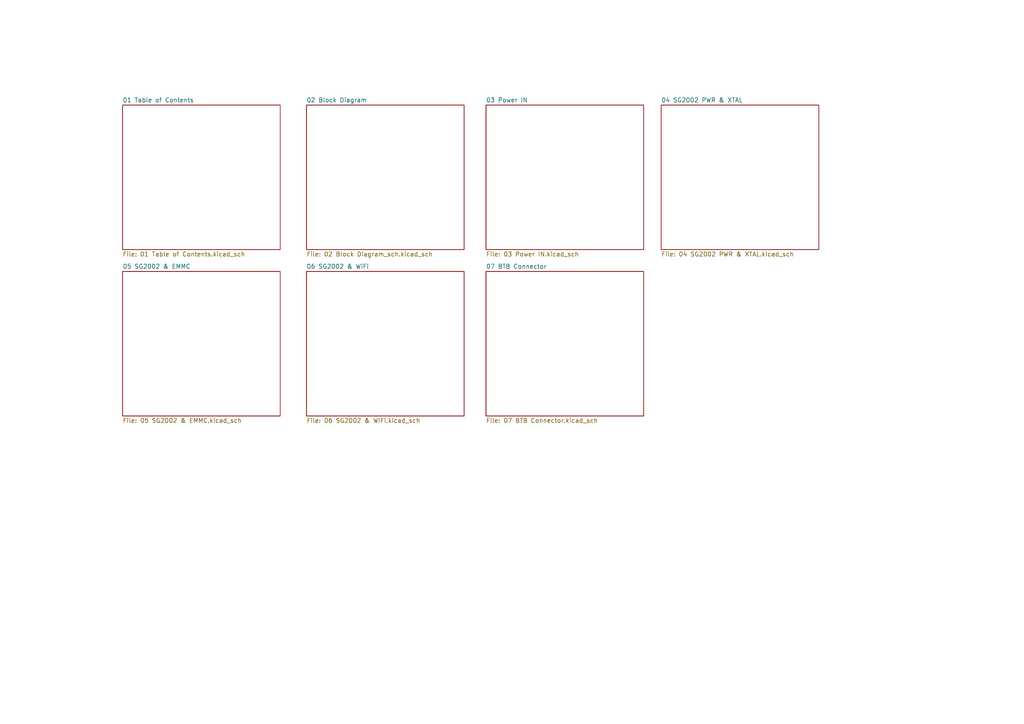
<source format=kicad_sch>
(kicad_sch
	(version 20231120)
	(generator "eeschema")
	(generator_version "8.0")
	(uuid "98fabb61-6447-47b1-bdf9-d68e6e716c3b")
	(paper "A4")
	(title_block
		(title "ReCamera Core")
		(date "2024-04-25")
		(rev "V1.0")
		(company "Vincent")
	)
	(lib_symbols)
	(sheet
		(at 140.97 78.74)
		(size 45.72 41.91)
		(fields_autoplaced yes)
		(stroke
			(width 0.1524)
			(type solid)
		)
		(fill
			(color 0 0 0 0.0000)
		)
		(uuid "43dd145b-b0be-48e7-b083-e67dd5115ff2")
		(property "Sheetname" "07 BTB Connector"
			(at 140.97 78.0284 0)
			(effects
				(font
					(size 1.27 1.27)
				)
				(justify left bottom)
			)
		)
		(property "Sheetfile" "07 BTB Connector.kicad_sch"
			(at 140.97 121.2346 0)
			(effects
				(font
					(size 1.27 1.27)
				)
				(justify left top)
			)
		)
		(instances
			(project "Recamera Core w WiFi 8GB v1.2"
				(path "/98fabb61-6447-47b1-bdf9-d68e6e716c3b"
					(page "8")
				)
			)
		)
	)
	(sheet
		(at 88.9 30.48)
		(size 45.72 41.91)
		(fields_autoplaced yes)
		(stroke
			(width 0.1524)
			(type solid)
		)
		(fill
			(color 0 0 0 0.0000)
		)
		(uuid "469e6dd6-17cf-4587-96b1-9d7810916bb7")
		(property "Sheetname" "02 Block Diagram"
			(at 88.9 29.7684 0)
			(effects
				(font
					(size 1.27 1.27)
				)
				(justify left bottom)
			)
		)
		(property "Sheetfile" "02 Block Diagram_sch.kicad_sch"
			(at 88.9 72.9746 0)
			(effects
				(font
					(size 1.27 1.27)
				)
				(justify left top)
			)
		)
		(instances
			(project "Recamera Core w WiFi 8GB v1.2"
				(path "/98fabb61-6447-47b1-bdf9-d68e6e716c3b"
					(page "3")
				)
			)
		)
	)
	(sheet
		(at 35.56 78.74)
		(size 45.72 41.91)
		(fields_autoplaced yes)
		(stroke
			(width 0.1524)
			(type solid)
		)
		(fill
			(color 0 0 0 0.0000)
		)
		(uuid "62d10cbd-e5ad-46e2-b119-d2cffd23cfc0")
		(property "Sheetname" "05 SG2002 & EMMC"
			(at 35.56 78.0284 0)
			(effects
				(font
					(size 1.27 1.27)
				)
				(justify left bottom)
			)
		)
		(property "Sheetfile" "05 SG2002 & EMMC.kicad_sch"
			(at 35.56 121.2346 0)
			(effects
				(font
					(size 1.27 1.27)
				)
				(justify left top)
			)
		)
		(instances
			(project "Recamera Core w WiFi 8GB v1.2"
				(path "/98fabb61-6447-47b1-bdf9-d68e6e716c3b"
					(page "6")
				)
			)
		)
	)
	(sheet
		(at 35.56 30.48)
		(size 45.72 41.91)
		(fields_autoplaced yes)
		(stroke
			(width 0.1524)
			(type solid)
		)
		(fill
			(color 0 0 0 0.0000)
		)
		(uuid "6f369342-07b0-43a9-b5fe-36d13ffad427")
		(property "Sheetname" "01 Table of Contents"
			(at 35.56 29.7684 0)
			(effects
				(font
					(size 1.27 1.27)
				)
				(justify left bottom)
			)
		)
		(property "Sheetfile" "01 Table of Contents.kicad_sch"
			(at 35.56 72.9746 0)
			(effects
				(font
					(size 1.27 1.27)
				)
				(justify left top)
			)
		)
		(instances
			(project "Recamera Core w WiFi 8GB v1.2"
				(path "/98fabb61-6447-47b1-bdf9-d68e6e716c3b"
					(page "2")
				)
			)
		)
	)
	(sheet
		(at 140.97 30.48)
		(size 45.72 41.91)
		(fields_autoplaced yes)
		(stroke
			(width 0.1524)
			(type solid)
		)
		(fill
			(color 0 0 0 0.0000)
		)
		(uuid "81731021-d16f-46fa-ae68-f8c422937711")
		(property "Sheetname" "03 Power IN"
			(at 140.97 29.7684 0)
			(effects
				(font
					(size 1.27 1.27)
				)
				(justify left bottom)
			)
		)
		(property "Sheetfile" "03 Power IN.kicad_sch"
			(at 140.97 72.9746 0)
			(effects
				(font
					(size 1.27 1.27)
				)
				(justify left top)
			)
		)
		(instances
			(project "Recamera Core w WiFi 8GB v1.2"
				(path "/98fabb61-6447-47b1-bdf9-d68e6e716c3b"
					(page "4")
				)
			)
		)
	)
	(sheet
		(at 88.9 78.74)
		(size 45.72 41.91)
		(fields_autoplaced yes)
		(stroke
			(width 0.1524)
			(type solid)
		)
		(fill
			(color 0 0 0 0.0000)
		)
		(uuid "879aeea4-f5be-4634-9bdc-2a3a4c73781c")
		(property "Sheetname" "06 SG2002 & WiFi"
			(at 88.9 78.0284 0)
			(effects
				(font
					(size 1.27 1.27)
				)
				(justify left bottom)
			)
		)
		(property "Sheetfile" "06 SG2002 & WiFi.kicad_sch"
			(at 88.9 121.2346 0)
			(effects
				(font
					(size 1.27 1.27)
				)
				(justify left top)
			)
		)
		(instances
			(project "Recamera Core w WiFi 8GB v1.2"
				(path "/98fabb61-6447-47b1-bdf9-d68e6e716c3b"
					(page "7")
				)
			)
		)
	)
	(sheet
		(at 191.77 30.48)
		(size 45.72 41.91)
		(fields_autoplaced yes)
		(stroke
			(width 0.1524)
			(type solid)
		)
		(fill
			(color 0 0 0 0.0000)
		)
		(uuid "cf33e703-2acf-45ef-95ac-77ca8b406a7e")
		(property "Sheetname" "04 SG2002 PWR & XTAL"
			(at 191.77 29.7684 0)
			(effects
				(font
					(size 1.27 1.27)
				)
				(justify left bottom)
			)
		)
		(property "Sheetfile" "04 SG2002 PWR & XTAL.kicad_sch"
			(at 191.77 72.9746 0)
			(effects
				(font
					(size 1.27 1.27)
				)
				(justify left top)
			)
		)
		(instances
			(project "Recamera Core w WiFi 8GB v1.2"
				(path "/98fabb61-6447-47b1-bdf9-d68e6e716c3b"
					(page "5")
				)
			)
		)
	)
	(sheet_instances
		(path "/"
			(page "1")
		)
	)
)
</source>
